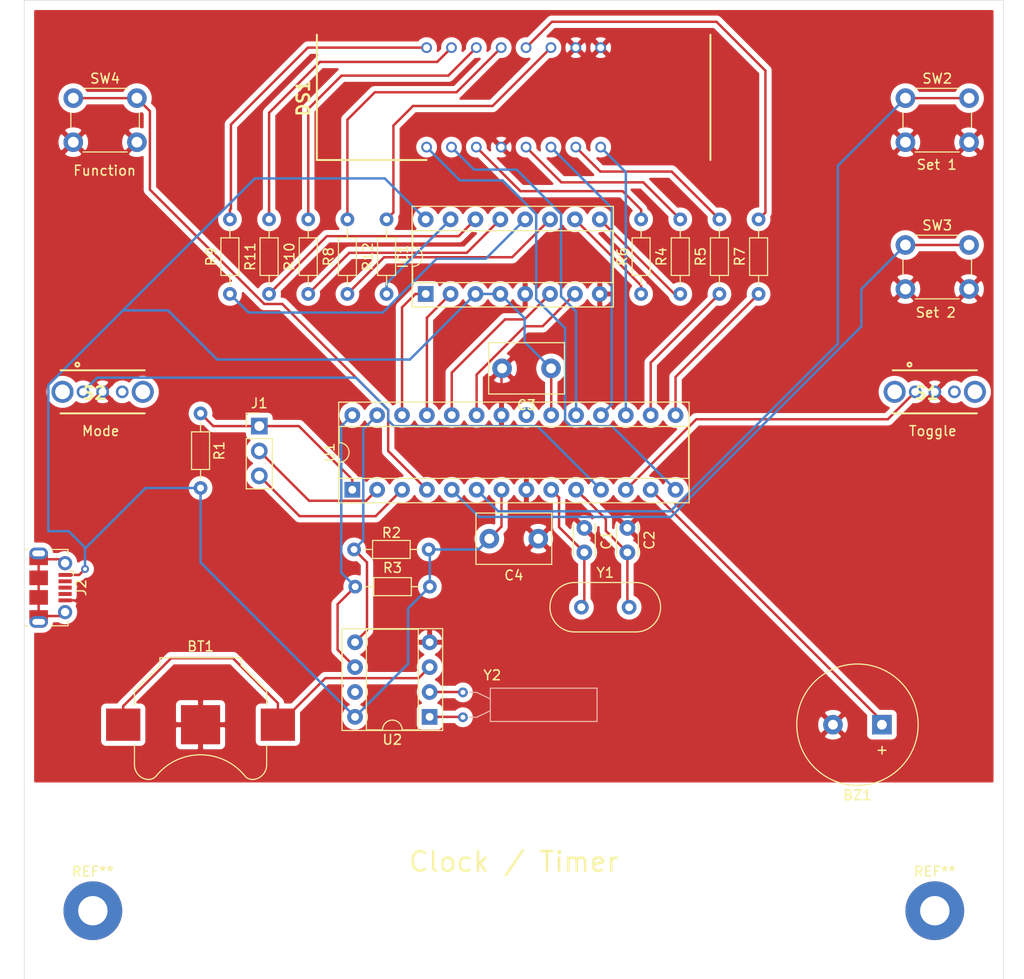
<source format=kicad_pcb>
(kicad_pcb (version 20171130) (host pcbnew "(5.1.2-1)-1")
  (layers (0 F.Cu signal) (31 B.Cu signal) (34 B.Paste user) (35 F.Paste user) (36 B.SilkS user) (37 F.SilkS user) (38 B.Mask user) (39 F.Mask user) (44 Edge.Cuts user))
  (net 0 "")
  (net 1 "Net-(BT1-Pad1)")
  (net 2 GND)
  (net 3 "Net-(J1-Pad1)")
  (net 4 "Net-(J1-Pad2)")
  (net 5 "Net-(J1-Pad3)")
  (net 6 "Net-(U1-Pad21)")
  (net 7 /D7)
  (net 8 "Net-(C1-Pad2)")
  (net 9 "Net-(C2-Pad2)")
  (net 10 /D8)
  (net 11 /D9)
  (net 12 "Net-(DS1-Pad3)")
  (net 13 "Net-(DS1-Pad5)")
  (net 14 /D10)
  (net 15 "Net-(DS1-Pad7)")
  (net 16 /D12)
  (net 17 "Net-(DS1-Pad11)")
  (net 18 "Net-(DS1-Pad12)")
  (net 19 "Net-(DS1-Pad13)")
  (net 20 "Net-(DS1-Pad14)")
  (net 21 "Net-(DS1-Pad15)")
  (net 22 "Net-(DS1-Pad16)")
  (net 23 /A0)
  (net 24 "Net-(IC1-Pad9)")
  (net 25 /A1)
  (net 26 "Net-(IC1-Pad10)")
  (net 27 "Net-(IC1-Pad11)")
  (net 28 "Net-(IC1-Pad12)")
  (net 29 "Net-(IC1-Pad13)")
  (net 30 /A2)
  (net 31 "Net-(IC1-Pad14)")
  (net 32 /A3)
  (net 33 "Net-(IC1-Pad15)")
  (net 34 "Net-(J2-Pad6)")
  (net 35 "Net-(J2-Pad2)")
  (net 36 "Net-(J2-Pad4)")
  (net 37 "Net-(J2-Pad3)")
  (net 38 /A4)
  (net 39 /A5)
  (net 40 /D11)
  (net 41 /D13)
  (net 42 /D5)
  (net 43 /D6)
  (net 44 /D2)
  (net 45 /D4)
  (net 46 /D3)
  (net 47 "Net-(U2-Pad1)")
  (net 48 "Net-(U2-Pad2)")
  (net 49 "Net-(U2-Pad7)")
  (net 50 "Net-(C3-Pad1)")
  (net 51 "Net-(S1-Pad3)")
  (net 52 "Net-(S2-Pad3)")
  (module MountingHole:MountingHole_3mm_Pad (layer F.Cu) (at 107 143)
    (fp_text reference REF** (at 0 -4) (layer F.SilkS))
    (fp_text value MountingHole_3mm_Pad)
    (pad 1 thru_hole circle (at 0 0) (size 6 6) (drill 3) (layers *.Cu *.Mask))
  )
  (module MountingHole:MountingHole_3mm_Pad (layer F.Cu) (at 193 143)
    (fp_text reference REF** (at 0 -4) (layer F.SilkS))
    (fp_text value MountingHole_3mm_Pad)
    (pad 1 thru_hole circle (at 0 0) (size 6 6) (drill 3) (layers *.Cu *.Mask))
  )
  (module Battery:BatteryHolder_Keystone_3000_1x12mm (layer F.Cu) (at 118 124)
    (fp_text reference BT1 (at 0 -8) (layer F.SilkS))
    (fp_text value Battery_Cell)
    (pad 1 smd rect (at -7.9 0) (size 3.5 3.3) (layers F.Cu F.Paste F.Mask) (net 1 "Net-(BT1-Pad1)"))
    (pad 1 smd rect (at 7.9 0) (size 3.5 3.3) (layers F.Cu F.Paste F.Mask) (net 1 "Net-(BT1-Pad1)"))
    (pad 2 smd rect (at 0 0) (size 4 4) (layers F.Cu F.Mask) (net 2 GND))
  )
  (module Buzzer_Beeper:Buzzer_12x9.5RM5.0 (layer F.Cu) (at 187.6 124 180)
    (fp_text reference BZ1 (at 2.5 -7.2) (layer F.SilkS))
    (fp_text value Buzzer)
    (fp_text user + (at -0.01 -2.54) (layer F.SilkS))
    (pad 2 thru_hole circle (at 5 0 180) (size 2 2) (drill 1) (layers *.Cu *.Mask) (net 2 GND))
    (pad 1 thru_hole rect (at 0 0 180) (size 2 2) (drill 1) (layers *.Cu *.Mask) (net 7 /D7))
  )
  (module Capacitor_THT:C_Disc_D3.0mm_W2.0mm_P2.50mm (layer F.Cu) (at 157.2 103.9 270)
    (fp_text reference C1 (at 1.25 -2.25 90) (layer F.SilkS))
    (fp_text value 22pF)
    (pad 1 thru_hole circle (at 0 0 270) (size 1.6 1.6) (drill 0.8) (layers *.Cu *.Mask) (net 2 GND))
    (pad 2 thru_hole circle (at 2.5 0 270) (size 1.6 1.6) (drill 0.8) (layers *.Cu *.Mask) (net 8 "Net-(C1-Pad2)"))
  )
  (module Capacitor_THT:C_Disc_D3.0mm_W2.0mm_P2.50mm (layer F.Cu) (at 161.6 103.9 270)
    (fp_text reference C2 (at 1.25 -2.25 90) (layer F.SilkS))
    (fp_text value 22pF)
    (pad 2 thru_hole circle (at 2.5 0 270) (size 1.6 1.6) (drill 0.8) (layers *.Cu *.Mask) (net 9 "Net-(C2-Pad2)"))
    (pad 1 thru_hole circle (at 0 0 270) (size 1.6 1.6) (drill 0.8) (layers *.Cu *.Mask) (net 2 GND))
  )
  (module Display_4Digit:DIPS1016W50P254L4020H700Q16N (layer F.Cu) (at 141.09 65 90)
    (fp_text reference DS1 (at 5 -12.59 90) (layer F.SilkS) (effects (font (size 1.27 1.27) (thickness 0.254))))
    (fp_text value TDCG1060M hide)
    (pad 1 thru_hole circle (at 0 0 90) (size 1.1 1.1) (drill 0.7) (layers *.Cu *.Mask) (net 10 /D8))
    (pad 2 thru_hole circle (at 0 2.54 90) (size 1.1 1.1) (drill 0.7) (layers *.Cu *.Mask) (net 41 /D13))
    (pad 3 thru_hole circle (at 0 5.08 90) (size 1.1 1.1) (drill 0.7) (layers *.Cu *.Mask) (net 12 "Net-(DS1-Pad3)"))
    (pad 4 thru_hole circle (at 0 7.62 90) (size 1.1 1.1) (drill 0.7) (layers *.Cu *.Mask) (net 2 GND))
    (pad 5 thru_hole circle (at 0 10.16 90) (size 1.1 1.1) (drill 0.7) (layers *.Cu *.Mask) (net 13 "Net-(DS1-Pad5)"))
    (pad 6 thru_hole circle (at 0 12.7 90) (size 1.1 1.1) (drill 0.7) (layers *.Cu *.Mask) (net 16 /D12))
    (pad 7 thru_hole circle (at 0 15.24 90) (size 1.1 1.1) (drill 0.7) (layers *.Cu *.Mask) (net 15 "Net-(DS1-Pad7)"))
    (pad 8 thru_hole circle (at 0 17.78 90) (size 1.1 1.1) (drill 0.7) (layers *.Cu *.Mask) (net 40 /D11))
    (pad 9 thru_hole circle (at 10.16 17.78 90) (size 1.1 1.1) (drill 0.7) (layers *.Cu *.Mask) (net 2 GND))
    (pad 10 thru_hole circle (at 10.16 15.24 90) (size 1.1 1.1) (drill 0.7) (layers *.Cu *.Mask) (net 2 GND))
    (pad 11 thru_hole circle (at 10.16 12.7 90) (size 1.1 1.1) (drill 0.7) (layers *.Cu *.Mask) (net 17 "Net-(DS1-Pad11)"))
    (pad 12 thru_hole circle (at 10.16 10.16 90) (size 1.1 1.1) (drill 0.7) (layers *.Cu *.Mask) (net 18 "Net-(DS1-Pad12)"))
    (pad 13 thru_hole circle (at 10.16 7.62 90) (size 1.1 1.1) (drill 0.7) (layers *.Cu *.Mask) (net 19 "Net-(DS1-Pad13)"))
    (pad 14 thru_hole circle (at 10.16 5.08 90) (size 1.1 1.1) (drill 0.7) (layers *.Cu *.Mask) (net 20 "Net-(DS1-Pad14)"))
    (pad 15 thru_hole circle (at 10.16 2.54 90) (size 1.1 1.1) (drill 0.7) (layers *.Cu *.Mask) (net 21 "Net-(DS1-Pad15)"))
    (pad 16 thru_hole circle (at 10.16 0 90) (size 1.1 1.1) (drill 0.7) (layers *.Cu *.Mask) (net 22 "Net-(DS1-Pad16)"))
  )
  (module Connector_PinHeader_2.54mm:PinHeader_1x03_P2.54mm_Vertical (layer F.Cu) (at 124 93.5)
    (fp_text reference J1 (at 0 -2.33) (layer F.SilkS))
    (fp_text value Conn_01x03)
    (pad 1 thru_hole rect (at 0 0) (size 1.7 1.7) (drill 1) (layers *.Cu *.Mask) (net 3 "Net-(J1-Pad1)"))
    (pad 2 thru_hole oval (at 0 2.54) (size 1.7 1.7) (drill 1) (layers *.Cu *.Mask) (net 4 "Net-(J1-Pad2)"))
    (pad 3 thru_hole oval (at 0 5.08) (size 1.7 1.7) (drill 1) (layers *.Cu *.Mask) (net 5 "Net-(J1-Pad3)"))
  )
  (module Connector_USB:USB_Micro-B_Molex-105017-0001 (layer F.Cu) (at 102.7 110 270)
    (fp_text reference J2 (at 0 -3.1125 90) (layer F.SilkS))
    (fp_text value USB_B_Micro)
    (pad 6 smd rect (at 1 1.2375 270) (size 1.5 1.9) (layers F.Cu F.Paste F.Mask) (net 34 "Net-(J2-Pad6)"))
    (pad 6 thru_hole circle (at -2.5 -1.4625 270) (size 1.45 1.45) (drill 0.85) (layers *.Cu *.Mask) (net 34 "Net-(J2-Pad6)"))
    (pad 2 smd rect (at -0.65 -1.4625 270) (size 0.4 1.35) (layers F.Cu F.Paste F.Mask) (net 35 "Net-(J2-Pad2)"))
    (pad 1 smd rect (at -1.3 -1.4625 270) (size 0.4 1.35) (layers F.Cu F.Paste F.Mask) (net 50 "Net-(C3-Pad1)"))
    (pad 5 smd rect (at 1.3 -1.4625 270) (size 0.4 1.35) (layers F.Cu F.Paste F.Mask) (net 2 GND))
    (pad 4 smd rect (at 0.65 -1.4625 270) (size 0.4 1.35) (layers F.Cu F.Paste F.Mask) (net 36 "Net-(J2-Pad4)"))
    (pad 3 smd rect (at 0 -1.4625 270) (size 0.4 1.35) (layers F.Cu F.Paste F.Mask) (net 37 "Net-(J2-Pad3)"))
    (pad 6 thru_hole circle (at 2.5 -1.4625 270) (size 1.45 1.45) (drill 0.85) (layers *.Cu *.Mask) (net 34 "Net-(J2-Pad6)"))
    (pad 6 smd rect (at -1 1.2375 270) (size 1.5 1.9) (layers F.Cu F.Paste F.Mask) (net 34 "Net-(J2-Pad6)"))
    (pad 6 thru_hole oval (at -3.5 1.2375 90) (size 1.2 1.9) (drill oval 0.6 1.3) (layers *.Cu *.Mask) (net 34 "Net-(J2-Pad6)"))
    (pad 6 thru_hole oval (at 3.5 1.2375 270) (size 1.2 1.9) (drill oval 0.6 1.3) (layers *.Cu *.Mask) (net 34 "Net-(J2-Pad6)"))
    (pad 6 smd rect (at 2.9 1.2375 270) (size 1.2 1.9) (layers F.Cu F.Mask) (net 34 "Net-(J2-Pad6)"))
    (pad 6 smd rect (at -2.9 1.2375 270) (size 1.2 1.9) (layers F.Cu F.Mask) (net 34 "Net-(J2-Pad6)"))
  )
  (module Resistor_THT:R_Axial_DIN0204_L3.6mm_D1.6mm_P7.62mm_Horizontal (layer F.Cu) (at 118 92.2 270)
    (fp_text reference R1 (at 3.81 -1.92 90) (layer F.SilkS))
    (fp_text value 10k)
    (pad 1 thru_hole circle (at 0 0 270) (size 1.4 1.4) (drill 0.7) (layers *.Cu *.Mask) (net 3 "Net-(J1-Pad1)"))
    (pad 2 thru_hole oval (at 7.62 0 270) (size 1.4 1.4) (drill 0.7) (layers *.Cu *.Mask) (net 50 "Net-(C3-Pad1)"))
  )
  (module Resistor_THT:R_Axial_DIN0204_L3.6mm_D1.6mm_P7.62mm_Horizontal (layer F.Cu) (at 141.3 106.1 180)
    (fp_text reference R2 (at 3.8 1.7) (layer F.SilkS))
    (fp_text value 2.2k)
    (pad 1 thru_hole circle (at 0 0 180) (size 1.4 1.4) (drill 0.7) (layers *.Cu *.Mask) (net 50 "Net-(C3-Pad1)"))
    (pad 2 thru_hole oval (at 7.62 0 180) (size 1.4 1.4) (drill 0.7) (layers *.Cu *.Mask) (net 38 /A4))
  )
  (module Resistor_THT:R_Axial_DIN0204_L3.6mm_D1.6mm_P7.62mm_Horizontal (layer F.Cu) (at 133.8 109.9)
    (fp_text reference R3 (at 3.81 -1.92) (layer F.SilkS))
    (fp_text value 2.2k)
    (pad 2 thru_hole oval (at 7.62 0) (size 1.4 1.4) (drill 0.7) (layers *.Cu *.Mask) (net 50 "Net-(C3-Pad1)"))
    (pad 1 thru_hole circle (at 0 0) (size 1.4 1.4) (drill 0.7) (layers *.Cu *.Mask) (net 39 /A5))
  )
  (module Resistor_THT:R_Axial_DIN0204_L3.6mm_D1.6mm_P7.62mm_Horizontal (layer F.Cu) (at 167 80 90)
    (fp_text reference R4 (at 3.81 -1.92 90) (layer F.SilkS))
    (fp_text value 220)
    (pad 1 thru_hole circle (at 0 0 90) (size 1.4 1.4) (drill 0.7) (layers *.Cu *.Mask) (net 24 "Net-(IC1-Pad9)"))
    (pad 2 thru_hole oval (at 7.62 0 90) (size 1.4 1.4) (drill 0.7) (layers *.Cu *.Mask) (net 13 "Net-(DS1-Pad5)"))
  )
  (module Resistor_THT:R_Axial_DIN0204_L3.6mm_D1.6mm_P7.62mm_Horizontal (layer F.Cu) (at 171 80 90)
    (fp_text reference R5 (at 3.81 -1.92 90) (layer F.SilkS))
    (fp_text value 220)
    (pad 2 thru_hole oval (at 7.62 0 90) (size 1.4 1.4) (drill 0.7) (layers *.Cu *.Mask) (net 15 "Net-(DS1-Pad7)"))
    (pad 1 thru_hole circle (at 0 0 90) (size 1.4 1.4) (drill 0.7) (layers *.Cu *.Mask) (net 14 /D10))
  )
  (module Resistor_THT:R_Axial_DIN0204_L3.6mm_D1.6mm_P7.62mm_Horizontal (layer F.Cu) (at 163 80 90)
    (fp_text reference R6 (at 3.81 -1.92 90) (layer F.SilkS))
    (fp_text value 220)
    (pad 1 thru_hole circle (at 0 0 90) (size 1.4 1.4) (drill 0.7) (layers *.Cu *.Mask) (net 26 "Net-(IC1-Pad10)"))
    (pad 2 thru_hole oval (at 7.62 0 90) (size 1.4 1.4) (drill 0.7) (layers *.Cu *.Mask) (net 12 "Net-(DS1-Pad3)"))
  )
  (module Resistor_THT:R_Axial_DIN0204_L3.6mm_D1.6mm_P7.62mm_Horizontal (layer F.Cu) (at 175 80 90)
    (fp_text reference R7 (at 3.81 -1.92 90) (layer F.SilkS))
    (fp_text value 1k)
    (pad 2 thru_hole oval (at 7.62 0 90) (size 1.4 1.4) (drill 0.7) (layers *.Cu *.Mask) (net 18 "Net-(DS1-Pad12)"))
    (pad 1 thru_hole circle (at 0 0 90) (size 1.4 1.4) (drill 0.7) (layers *.Cu *.Mask) (net 11 /D9))
  )
  (module Resistor_THT:R_Axial_DIN0204_L3.6mm_D1.6mm_P7.62mm_Horizontal (layer F.Cu) (at 133 80 90)
    (fp_text reference R8 (at 3.81 -1.92 90) (layer F.SilkS))
    (fp_text value 220)
    (pad 2 thru_hole oval (at 7.62 0 90) (size 1.4 1.4) (drill 0.7) (layers *.Cu *.Mask) (net 19 "Net-(DS1-Pad13)"))
    (pad 1 thru_hole circle (at 0 0 90) (size 1.4 1.4) (drill 0.7) (layers *.Cu *.Mask) (net 27 "Net-(IC1-Pad11)"))
  )
  (module Resistor_THT:R_Axial_DIN0204_L3.6mm_D1.6mm_P7.62mm_Horizontal (layer F.Cu) (at 121 80 90)
    (fp_text reference R9 (at 3.81 -1.92 90) (layer F.SilkS))
    (fp_text value 220)
    (pad 2 thru_hole oval (at 7.62 0 90) (size 1.4 1.4) (drill 0.7) (layers *.Cu *.Mask) (net 22 "Net-(DS1-Pad16)"))
    (pad 1 thru_hole circle (at 0 0 90) (size 1.4 1.4) (drill 0.7) (layers *.Cu *.Mask) (net 28 "Net-(IC1-Pad12)"))
  )
  (module Resistor_THT:R_Axial_DIN0204_L3.6mm_D1.6mm_P7.62mm_Horizontal (layer F.Cu) (at 129 80 90)
    (fp_text reference R10 (at 3.81 -1.92 90) (layer F.SilkS))
    (fp_text value 220)
    (pad 1 thru_hole circle (at 0 0 90) (size 1.4 1.4) (drill 0.7) (layers *.Cu *.Mask) (net 29 "Net-(IC1-Pad13)"))
    (pad 2 thru_hole oval (at 7.62 0 90) (size 1.4 1.4) (drill 0.7) (layers *.Cu *.Mask) (net 20 "Net-(DS1-Pad14)"))
  )
  (module Resistor_THT:R_Axial_DIN0204_L3.6mm_D1.6mm_P7.62mm_Horizontal (layer F.Cu) (at 125 80 90)
    (fp_text reference R11 (at 3.81 -1.92 90) (layer F.SilkS))
    (fp_text value 220)
    (pad 1 thru_hole circle (at 0 0 90) (size 1.4 1.4) (drill 0.7) (layers *.Cu *.Mask) (net 31 "Net-(IC1-Pad14)"))
    (pad 2 thru_hole oval (at 7.62 0 90) (size 1.4 1.4) (drill 0.7) (layers *.Cu *.Mask) (net 21 "Net-(DS1-Pad15)"))
  )
  (module Resistor_THT:R_Axial_DIN0204_L3.6mm_D1.6mm_P7.62mm_Horizontal (layer F.Cu) (at 137 80 90)
    (fp_text reference R12 (at 3.81 -1.92 90) (layer F.SilkS))
    (fp_text value 220)
    (pad 2 thru_hole oval (at 7.62 0 90) (size 1.4 1.4) (drill 0.7) (layers *.Cu *.Mask) (net 17 "Net-(DS1-Pad11)"))
    (pad 1 thru_hole circle (at 0 0 90) (size 1.4 1.4) (drill 0.7) (layers *.Cu *.Mask) (net 33 "Net-(IC1-Pad15)"))
  )
  (module Custom_SlideSwitch:OS102011MA1QN1 (layer F.Cu) (at 193 90)
    (fp_text reference S1 (at -0.822 0.137) (layer F.SilkS) (effects (font (size 1.27 1.27) (thickness 0.254))))
    (fp_text value OS102011MS2QN1 hide)
    (pad 1 thru_hole circle (at -2 0) (size 1.3 1.3) (drill 0.8) (layers *.Cu *.Mask) (net 43 /D6))
    (pad 2 thru_hole circle (at 0 0) (size 1.3 1.3) (drill 0.8) (layers *.Cu *.Mask) (net 2 GND))
    (pad 3 thru_hole circle (at 2 0) (size 1.3 1.3) (drill 0.8) (layers *.Cu *.Mask) (net 51 "Net-(S1-Pad3)"))
    (pad 4 thru_hole circle (at -4.1 0) (size 2.25 2.25) (drill 1.5) (layers *.Cu *.Mask))
    (pad 5 thru_hole circle (at 4.1 0) (size 2.25 2.25) (drill 1.5) (layers *.Cu *.Mask))
  )
  (module Custom_SlideSwitch:OS102011MA1QN1 (layer F.Cu) (at 108 90)
    (fp_text reference S2 (at -0.822 0.137) (layer F.SilkS) (effects (font (size 1.27 1.27) (thickness 0.254))))
    (fp_text value OS102011MS2QN1 hide)
    (pad 5 thru_hole circle (at 4.1 0) (size 2.25 2.25) (drill 1.5) (layers *.Cu *.Mask))
    (pad 4 thru_hole circle (at -4.1 0) (size 2.25 2.25) (drill 1.5) (layers *.Cu *.Mask))
    (pad 3 thru_hole circle (at 2 0) (size 1.3 1.3) (drill 0.8) (layers *.Cu *.Mask) (net 52 "Net-(S2-Pad3)"))
    (pad 2 thru_hole circle (at 0 0) (size 1.3 1.3) (drill 0.8) (layers *.Cu *.Mask) (net 2 GND))
    (pad 1 thru_hole circle (at -2 0) (size 1.3 1.3) (drill 0.8) (layers *.Cu *.Mask) (net 42 /D5))
  )
  (module Button_Switch_THT:SW_PUSH_6mm (layer F.Cu) (at 190 60)
    (fp_text reference SW2 (at 3.25 -2) (layer F.SilkS))
    (fp_text value SW_Push)
    (pad 2 thru_hole circle (at 0 4.5 90) (size 2 2) (drill 1.1) (layers *.Cu *.Mask) (net 2 GND))
    (pad 1 thru_hole circle (at 0 0 90) (size 2 2) (drill 1.1) (layers *.Cu *.Mask) (net 45 /D4))
    (pad 2 thru_hole circle (at 6.5 4.5 90) (size 2 2) (drill 1.1) (layers *.Cu *.Mask) (net 2 GND))
    (pad 1 thru_hole circle (at 6.5 0 90) (size 2 2) (drill 1.1) (layers *.Cu *.Mask) (net 45 /D4))
  )
  (module Button_Switch_THT:SW_PUSH_6mm (layer F.Cu) (at 190 75)
    (fp_text reference SW3 (at 3.25 -2) (layer F.SilkS))
    (fp_text value SW_Push)
    (pad 1 thru_hole circle (at 6.5 0 90) (size 2 2) (drill 1.1) (layers *.Cu *.Mask) (net 46 /D3))
    (pad 2 thru_hole circle (at 6.5 4.5 90) (size 2 2) (drill 1.1) (layers *.Cu *.Mask) (net 2 GND))
    (pad 1 thru_hole circle (at 0 0 90) (size 2 2) (drill 1.1) (layers *.Cu *.Mask) (net 46 /D3))
    (pad 2 thru_hole circle (at 0 4.5 90) (size 2 2) (drill 1.1) (layers *.Cu *.Mask) (net 2 GND))
  )
  (module Button_Switch_THT:SW_PUSH_6mm (layer F.Cu) (at 105 60)
    (fp_text reference SW4 (at 3.25 -2) (layer F.SilkS))
    (fp_text value SW_Push)
    (pad 2 thru_hole circle (at 0 4.5 90) (size 2 2) (drill 1.1) (layers *.Cu *.Mask) (net 2 GND))
    (pad 1 thru_hole circle (at 0 0 90) (size 2 2) (drill 1.1) (layers *.Cu *.Mask) (net 44 /D2))
    (pad 2 thru_hole circle (at 6.5 4.5 90) (size 2 2) (drill 1.1) (layers *.Cu *.Mask) (net 2 GND))
    (pad 1 thru_hole circle (at 6.5 0 90) (size 2 2) (drill 1.1) (layers *.Cu *.Mask) (net 44 /D2))
  )
  (module Crystal:Crystal_HC49-U_Vertical (layer F.Cu) (at 156.9 112)
    (fp_text reference Y1 (at 2.44 -3.525) (layer F.SilkS))
    (fp_text value 16MHz)
    (pad 1 thru_hole circle (at 0 0) (size 1.5 1.5) (drill 0.8) (layers *.Cu *.Mask) (net 8 "Net-(C1-Pad2)"))
    (pad 2 thru_hole circle (at 4.88 0) (size 1.5 1.5) (drill 0.8) (layers *.Cu *.Mask) (net 9 "Net-(C2-Pad2)"))
  )
  (module Crystal:Crystal_AT310_D3.0mm_L10.0mm_Horizontal (layer B.Cu) (at 144.8 120.7 270)
    (fp_text reference Y2 (at -1.75 -3 180) (layer F.SilkS))
    (fp_text value 32KHz)
    (pad 1 thru_hole circle (at 0 0 270) (size 1 1) (drill 0.5) (layers *.Cu *.Mask) (net 48 "Net-(U2-Pad2)"))
    (pad 2 thru_hole circle (at 2.54 0 270) (size 1 1) (drill 0.5) (layers *.Cu *.Mask) (net 47 "Net-(U2-Pad1)"))
  )
  (module Package_DIP:DIP-16_W7.62mm_Socket (layer F.Cu) (at 141 80 90)
    (fp_text reference IC1 (at 3.81 -2.33 90) (layer F.SilkS))
    (fp_text value CD4511BE)
    (pad 1 thru_hole rect (at 0 0 90) (size 1.6 1.6) (drill 0.8) (layers *.Cu *.Mask) (net 32 /A3))
    (pad 9 thru_hole oval (at 7.62 17.78 90) (size 1.6 1.6) (drill 0.8) (layers *.Cu *.Mask) (net 24 "Net-(IC1-Pad9)"))
    (pad 2 thru_hole oval (at 0 2.54 90) (size 1.6 1.6) (drill 0.8) (layers *.Cu *.Mask) (net 30 /A2))
    (pad 10 thru_hole oval (at 7.62 15.24 90) (size 1.6 1.6) (drill 0.8) (layers *.Cu *.Mask) (net 26 "Net-(IC1-Pad10)"))
    (pad 3 thru_hole oval (at 0 5.08 90) (size 1.6 1.6) (drill 0.8) (layers *.Cu *.Mask) (net 50 "Net-(C3-Pad1)"))
    (pad 11 thru_hole oval (at 7.62 12.7 90) (size 1.6 1.6) (drill 0.8) (layers *.Cu *.Mask) (net 27 "Net-(IC1-Pad11)"))
    (pad 4 thru_hole oval (at 0 7.62 90) (size 1.6 1.6) (drill 0.8) (layers *.Cu *.Mask) (net 50 "Net-(C3-Pad1)"))
    (pad 12 thru_hole oval (at 7.62 10.16 90) (size 1.6 1.6) (drill 0.8) (layers *.Cu *.Mask) (net 28 "Net-(IC1-Pad12)"))
    (pad 5 thru_hole oval (at 0 10.16 90) (size 1.6 1.6) (drill 0.8) (layers *.Cu *.Mask) (net 2 GND))
    (pad 13 thru_hole oval (at 7.62 7.62 90) (size 1.6 1.6) (drill 0.8) (layers *.Cu *.Mask) (net 29 "Net-(IC1-Pad13)"))
    (pad 6 thru_hole oval (at 0 12.7 90) (size 1.6 1.6) (drill 0.8) (layers *.Cu *.Mask) (net 25 /A1))
    (pad 14 thru_hole oval (at 7.62 5.08 90) (size 1.6 1.6) (drill 0.8) (layers *.Cu *.Mask) (net 31 "Net-(IC1-Pad14)"))
    (pad 7 thru_hole oval (at 0 15.24 90) (size 1.6 1.6) (drill 0.8) (layers *.Cu *.Mask) (net 23 /A0))
    (pad 15 thru_hole oval (at 7.62 2.54 90) (size 1.6 1.6) (drill 0.8) (layers *.Cu *.Mask) (net 33 "Net-(IC1-Pad15)"))
    (pad 8 thru_hole oval (at 0 17.78 90) (size 1.6 1.6) (drill 0.8) (layers *.Cu *.Mask) (net 2 GND))
    (pad 16 thru_hole oval (at 7.62 0 90) (size 1.6 1.6) (drill 0.8) (layers *.Cu *.Mask) (net 50 "Net-(C3-Pad1)"))
  )
  (module Package_DIP:DIP-28_W7.62mm_Socket (layer F.Cu) (at 133.5 100 90)
    (fp_text reference U1 (at 3.81 -2.33 90) (layer F.SilkS))
    (fp_text value ATmega328P-PU)
    (pad 1 thru_hole rect (at 0 0 90) (size 1.6 1.6) (drill 0.8) (layers *.Cu *.Mask) (net 3 "Net-(J1-Pad1)"))
    (pad 15 thru_hole oval (at 7.62 33.02 90) (size 1.6 1.6) (drill 0.8) (layers *.Cu *.Mask) (net 11 /D9))
    (pad 2 thru_hole oval (at 0 2.54 90) (size 1.6 1.6) (drill 0.8) (layers *.Cu *.Mask) (net 4 "Net-(J1-Pad2)"))
    (pad 16 thru_hole oval (at 7.62 30.48 90) (size 1.6 1.6) (drill 0.8) (layers *.Cu *.Mask) (net 14 /D10))
    (pad 3 thru_hole oval (at 0 5.08 90) (size 1.6 1.6) (drill 0.8) (layers *.Cu *.Mask) (net 5 "Net-(J1-Pad3)"))
    (pad 17 thru_hole oval (at 7.62 27.94 90) (size 1.6 1.6) (drill 0.8) (layers *.Cu *.Mask) (net 40 /D11))
    (pad 4 thru_hole oval (at 0 7.62 90) (size 1.6 1.6) (drill 0.8) (layers *.Cu *.Mask) (net 44 /D2))
    (pad 18 thru_hole oval (at 7.62 25.4 90) (size 1.6 1.6) (drill 0.8) (layers *.Cu *.Mask) (net 16 /D12))
    (pad 5 thru_hole oval (at 0 10.16 90) (size 1.6 1.6) (drill 0.8) (layers *.Cu *.Mask) (net 46 /D3))
    (pad 19 thru_hole oval (at 7.62 22.86 90) (size 1.6 1.6) (drill 0.8) (layers *.Cu *.Mask) (net 41 /D13))
    (pad 6 thru_hole oval (at 0 12.7 90) (size 1.6 1.6) (drill 0.8) (layers *.Cu *.Mask) (net 45 /D4))
    (pad 20 thru_hole oval (at 7.62 20.32 90) (size 1.6 1.6) (drill 0.8) (layers *.Cu *.Mask) (net 50 "Net-(C3-Pad1)"))
    (pad 7 thru_hole oval (at 0 15.24 90) (size 1.6 1.6) (drill 0.8) (layers *.Cu *.Mask) (net 50 "Net-(C3-Pad1)"))
    (pad 21 thru_hole oval (at 7.62 17.78 90) (size 1.6 1.6) (drill 0.8) (layers *.Cu *.Mask) (net 6 "Net-(U1-Pad21)"))
    (pad 8 thru_hole oval (at 0 17.78 90) (size 1.6 1.6) (drill 0.8) (layers *.Cu *.Mask) (net 2 GND))
    (pad 22 thru_hole oval (at 7.62 15.24 90) (size 1.6 1.6) (drill 0.8) (layers *.Cu *.Mask) (net 2 GND))
    (pad 9 thru_hole oval (at 0 20.32 90) (size 1.6 1.6) (drill 0.8) (layers *.Cu *.Mask) (net 8 "Net-(C1-Pad2)"))
    (pad 23 thru_hole oval (at 7.62 12.7 90) (size 1.6 1.6) (drill 0.8) (layers *.Cu *.Mask) (net 23 /A0))
    (pad 10 thru_hole oval (at 0 22.86 90) (size 1.6 1.6) (drill 0.8) (layers *.Cu *.Mask) (net 9 "Net-(C2-Pad2)"))
    (pad 24 thru_hole oval (at 7.62 10.16 90) (size 1.6 1.6) (drill 0.8) (layers *.Cu *.Mask) (net 25 /A1))
    (pad 11 thru_hole oval (at 0 25.4 90) (size 1.6 1.6) (drill 0.8) (layers *.Cu *.Mask) (net 42 /D5))
    (pad 25 thru_hole oval (at 7.62 7.62 90) (size 1.6 1.6) (drill 0.8) (layers *.Cu *.Mask) (net 30 /A2))
    (pad 12 thru_hole oval (at 0 27.94 90) (size 1.6 1.6) (drill 0.8) (layers *.Cu *.Mask) (net 43 /D6))
    (pad 26 thru_hole oval (at 7.62 5.08 90) (size 1.6 1.6) (drill 0.8) (layers *.Cu *.Mask) (net 32 /A3))
    (pad 13 thru_hole oval (at 0 30.48 90) (size 1.6 1.6) (drill 0.8) (layers *.Cu *.Mask) (net 7 /D7))
    (pad 27 thru_hole oval (at 7.62 2.54 90) (size 1.6 1.6) (drill 0.8) (layers *.Cu *.Mask) (net 38 /A4))
    (pad 14 thru_hole oval (at 0 33.02 90) (size 1.6 1.6) (drill 0.8) (layers *.Cu *.Mask) (net 10 /D8))
    (pad 28 thru_hole oval (at 7.62 0 90) (size 1.6 1.6) (drill 0.8) (layers *.Cu *.Mask) (net 39 /A5))
  )
  (module Package_DIP:DIP-8_W7.62mm_Socket (layer F.Cu) (at 141.4 123.2 180)
    (fp_text reference U2 (at 3.81 -2.33) (layer F.SilkS))
    (fp_text value DS1307+)
    (pad 1 thru_hole rect (at 0 0 180) (size 1.6 1.6) (drill 0.8) (layers *.Cu *.Mask) (net 47 "Net-(U2-Pad1)"))
    (pad 5 thru_hole oval (at 7.62 7.62 180) (size 1.6 1.6) (drill 0.8) (layers *.Cu *.Mask) (net 38 /A4))
    (pad 2 thru_hole oval (at 0 2.54 180) (size 1.6 1.6) (drill 0.8) (layers *.Cu *.Mask) (net 48 "Net-(U2-Pad2)"))
    (pad 6 thru_hole oval (at 7.62 5.08 180) (size 1.6 1.6) (drill 0.8) (layers *.Cu *.Mask) (net 39 /A5))
    (pad 3 thru_hole oval (at 0 5.08 180) (size 1.6 1.6) (drill 0.8) (layers *.Cu *.Mask) (net 1 "Net-(BT1-Pad1)"))
    (pad 7 thru_hole oval (at 7.62 2.54 180) (size 1.6 1.6) (drill 0.8) (layers *.Cu *.Mask) (net 49 "Net-(U2-Pad7)"))
    (pad 4 thru_hole oval (at 0 7.62 180) (size 1.6 1.6) (drill 0.8) (layers *.Cu *.Mask) (net 2 GND))
    (pad 8 thru_hole oval (at 7.62 0 180) (size 1.6 1.6) (drill 0.8) (layers *.Cu *.Mask) (net 50 "Net-(C3-Pad1)"))
  )
  (module Capacitor_THT:C_Disc_D7.5mm_W5.0mm_P5.00mm (layer F.Cu) (at 153.8 87.6 180)
    (fp_text reference C3 (at 2.5 -3.75) (layer F.SilkS))
    (fp_text value 0.1uF)
    (pad 2 thru_hole circle (at 5 0 180) (size 2 2) (drill 1) (layers *.Cu *.Mask) (net 2 GND))
    (pad 1 thru_hole circle (at 0 0 180) (size 2 2) (drill 1) (layers *.Cu *.Mask) (net 50 "Net-(C3-Pad1)"))
  )
  (module Capacitor_THT:C_Disc_D7.5mm_W5.0mm_P5.00mm (layer F.Cu) (at 152.5 105 180)
    (fp_text reference C4 (at 2.5 -3.75) (layer F.SilkS))
    (fp_text value 0.1uF)
    (pad 1 thru_hole circle (at 0 0 180) (size 2 2) (drill 1) (layers *.Cu *.Mask) (net 2 GND))
    (pad 2 thru_hole circle (at 5 0 180) (size 2 2) (drill 1) (layers *.Cu *.Mask) (net 50 "Net-(C3-Pad1)"))
  )
  (gr_text "Clock / Timer" (at 150 138) (layer F.SilkS) (effects (font (size 2 2) (thickness 0.25))))
  (gr_text Toggle (at 192.8 94) (layer F.SilkS) (effects (font (size 1 1))))
  (gr_text Mode (at 107.8 94) (layer F.SilkS) (effects (font (size 1 1))))
  (gr_text "Set 2" (at 193.1 81.9) (layer F.SilkS) (effects (font (size 1 1))))
  (gr_text "Set 1" (at 193.2 66.8) (layer F.SilkS) (effects (font (size 1 1))))
  (gr_text Function (at 108.2 67.4) (layer F.SilkS) (effects (font (size 1 1))))
  (gr_line (start 100 50) (end 200 50) (layer Edge.Cuts) (width 0.05))
  (gr_line (start 200 50) (end 200 150) (layer Edge.Cuts) (width 0.05))
  (gr_line (start 100 150) (end 200 150) (layer Edge.Cuts) (width 0.05))
  (gr_line (start 100 50) (end 100 150) (layer Edge.Cuts) (width 0.05))
  (segment (start 140.600001 118.919999) (end 141.4 118.12) (width 0.25) (layer F.Cu) (net 1))
  (segment (start 140.274999 119.245001) (end 140.600001 118.919999) (width 0.25) (layer F.Cu) (net 1))
  (segment (start 130.754999 119.245001) (end 140.274999 119.245001) (width 0.25) (layer F.Cu) (net 1))
  (segment (start 126 124) (end 130.754999 119.245001) (width 0.25) (layer F.Cu) (net 1))
  (segment (start 125.9 124) (end 126 124) (width 0.25) (layer F.Cu) (net 1))
  (segment (start 110.1 122.1) (end 115 117.2) (width 0.25) (layer F.Cu) (net 1))
  (segment (start 110.1 124) (end 110.1 122.1) (width 0.25) (layer F.Cu) (net 1))
  (segment (start 115 117.2) (end 121.3 117.2) (width 0.25) (layer F.Cu) (net 1))
  (segment (start 125.9 121.8) (end 125.9 124) (width 0.25) (layer F.Cu) (net 1))
  (segment (start 121.3 117.2) (end 125.9 121.8) (width 0.25) (layer F.Cu) (net 1))
  (segment (start 148.74 87.66) (end 148.8 87.6) (width 0.25) (layer F.Cu) (net 2))
  (segment (start 148.74 92.38) (end 148.74 87.66) (width 0.25) (layer F.Cu) (net 2))
  (segment (start 151.28 103.78) (end 152.5 105) (width 0.25) (layer F.Cu) (net 2))
  (segment (start 151.28 100) (end 151.28 103.78) (width 0.25) (layer F.Cu) (net 2))
  (segment (start 104.1625 111.3) (end 105.0875 111.3) (width 0.25) (layer F.Cu) (net 2))
  (segment (start 128.05 93.5) (end 133.5 98.95) (width 0.25) (layer F.Cu) (net 3))
  (segment (start 133.5 98.95) (end 133.5 100) (width 0.25) (layer F.Cu) (net 3))
  (segment (start 124 93.5) (end 128.05 93.5) (width 0.25) (layer F.Cu) (net 3))
  (segment (start 119.3 93.5) (end 118 92.2) (width 0.25) (layer F.Cu) (net 3))
  (segment (start 124 93.5) (end 119.3 93.5) (width 0.25) (layer F.Cu) (net 3))
  (segment (start 135.240001 100.799999) (end 136.04 100) (width 0.25) (layer F.Cu) (net 4))
  (segment (start 134.914999 101.125001) (end 135.240001 100.799999) (width 0.25) (layer F.Cu) (net 4))
  (segment (start 129.085001 101.125001) (end 134.914999 101.125001) (width 0.25) (layer F.Cu) (net 4))
  (segment (start 124 96.04) (end 129.085001 101.125001) (width 0.25) (layer F.Cu) (net 4))
  (segment (start 137.780001 100.799999) (end 138.58 100) (width 0.25) (layer F.Cu) (net 5))
  (segment (start 128.12 102.7) (end 135.88 102.7) (width 0.25) (layer F.Cu) (net 5))
  (segment (start 135.88 102.7) (end 137.780001 100.799999) (width 0.25) (layer F.Cu) (net 5))
  (segment (start 124 98.58) (end 128.12 102.7) (width 0.25) (layer F.Cu) (net 5))
  (segment (start 187.6 123.62) (end 187.6 124) (width 0.25) (layer F.Cu) (net 7))
  (segment (start 163.98 100) (end 187.6 123.62) (width 0.25) (layer F.Cu) (net 7))
  (segment (start 156.400001 105.600001) (end 157.2 106.4) (width 0.25) (layer F.Cu) (net 8))
  (segment (start 154.619999 103.819999) (end 156.400001 105.600001) (width 0.25) (layer F.Cu) (net 8))
  (segment (start 154.619999 100.799999) (end 154.619999 103.819999) (width 0.25) (layer F.Cu) (net 8))
  (segment (start 153.82 100) (end 154.619999 100.799999) (width 0.25) (layer F.Cu) (net 8))
  (segment (start 157.2 111.7) (end 156.9 112) (width 0.25) (layer F.Cu) (net 8))
  (segment (start 157.2 106.4) (end 157.2 111.7) (width 0.25) (layer F.Cu) (net 8))
  (segment (start 157.159999 100.799999) (end 157.199999 100.799999) (width 0.25) (layer F.Cu) (net 9))
  (segment (start 156.36 100) (end 157.159999 100.799999) (width 0.25) (layer F.Cu) (net 9))
  (segment (start 157.199999 100.799999) (end 159.4 103) (width 0.25) (layer F.Cu) (net 9))
  (segment (start 159.4 104.2) (end 161.6 106.4) (width 0.25) (layer F.Cu) (net 9))
  (segment (start 159.4 103) (end 159.4 104.2) (width 0.25) (layer F.Cu) (net 9))
  (segment (start 161.6 111.82) (end 161.78 112) (width 0.25) (layer F.Cu) (net 9))
  (segment (start 161.6 106.4) (end 161.6 111.82) (width 0.25) (layer F.Cu) (net 9))
  (segment (start 155.234999 83.489999) (end 152.285001 80.540001) (width 0.25) (layer B.Cu) (net 10))
  (segment (start 155.234999 92.920001) (end 155.234999 83.489999) (width 0.25) (layer B.Cu) (net 10))
  (segment (start 160.025001 93.505001) (end 155.819999 93.505001) (width 0.25) (layer B.Cu) (net 10))
  (segment (start 152.285001 71.839999) (end 148.845002 68.4) (width 0.25) (layer B.Cu) (net 10))
  (segment (start 152.285001 80.540001) (end 152.285001 71.839999) (width 0.25) (layer B.Cu) (net 10))
  (segment (start 155.819999 93.505001) (end 155.234999 92.920001) (width 0.25) (layer B.Cu) (net 10))
  (segment (start 166.52 100) (end 160.025001 93.505001) (width 0.25) (layer B.Cu) (net 10))
  (segment (start 144.49 68.4) (end 141.09 65) (width 0.25) (layer B.Cu) (net 10))
  (segment (start 148.845002 68.4) (end 144.49 68.4) (width 0.25) (layer B.Cu) (net 10))
  (segment (start 166.52 88.48) (end 175 80) (width 0.25) (layer F.Cu) (net 11))
  (segment (start 166.52 92.38) (end 166.52 88.48) (width 0.25) (layer F.Cu) (net 11))
  (segment (start 163 71.390051) (end 161.109949 69.5) (width 0.25) (layer F.Cu) (net 12))
  (segment (start 163 72.38) (end 163 71.390051) (width 0.25) (layer F.Cu) (net 12))
  (segment (start 150.67 69.5) (end 146.17 65) (width 0.25) (layer F.Cu) (net 12))
  (segment (start 161.109949 69.5) (end 150.67 69.5) (width 0.25) (layer F.Cu) (net 12))
  (segment (start 167 72.38) (end 163.22 68.6) (width 0.25) (layer F.Cu) (net 13))
  (segment (start 154.85 68.6) (end 151.25 65) (width 0.25) (layer F.Cu) (net 13))
  (segment (start 163.22 68.6) (end 154.85 68.6) (width 0.25) (layer F.Cu) (net 13))
  (segment (start 163.98 87.02) (end 171 80) (width 0.25) (layer F.Cu) (net 14))
  (segment (start 163.98 92.38) (end 163.98 87.02) (width 0.25) (layer F.Cu) (net 14))
  (segment (start 171 72.38) (end 166.12 67.5) (width 0.25) (layer F.Cu) (net 15))
  (segment (start 158.83 67.5) (end 156.33 65) (width 0.25) (layer F.Cu) (net 15))
  (segment (start 166.12 67.5) (end 158.83 67.5) (width 0.25) (layer F.Cu) (net 15))
  (segment (start 160 71.21) (end 154.339999 65.549999) (width 0.25) (layer B.Cu) (net 16))
  (segment (start 154.339999 65.549999) (end 153.79 65) (width 0.25) (layer B.Cu) (net 16))
  (segment (start 160 91.28) (end 160 71.21) (width 0.25) (layer B.Cu) (net 16))
  (segment (start 158.9 92.38) (end 160 91.28) (width 0.25) (layer B.Cu) (net 16))
  (segment (start 137.699999 71.680001) (end 137.699999 62.800001) (width 0.25) (layer F.Cu) (net 17))
  (segment (start 137 72.38) (end 137.699999 71.680001) (width 0.25) (layer F.Cu) (net 17))
  (segment (start 137.699999 62.800001) (end 139.7 60.8) (width 0.25) (layer F.Cu) (net 17))
  (segment (start 147.83 60.8) (end 153.79 54.84) (width 0.25) (layer F.Cu) (net 17))
  (segment (start 139.7 60.8) (end 147.83 60.8) (width 0.25) (layer F.Cu) (net 17))
  (segment (start 175.699999 71.680001) (end 175.699999 57.199999) (width 0.25) (layer F.Cu) (net 18))
  (segment (start 175 72.38) (end 175.699999 71.680001) (width 0.25) (layer F.Cu) (net 18))
  (segment (start 175.699999 57.199999) (end 170.7 52.2) (width 0.25) (layer F.Cu) (net 18))
  (segment (start 153.89 52.2) (end 151.25 54.84) (width 0.25) (layer F.Cu) (net 18))
  (segment (start 170.7 52.2) (end 153.89 52.2) (width 0.25) (layer F.Cu) (net 18))
  (segment (start 133 72.38) (end 133 62.2) (width 0.25) (layer F.Cu) (net 19))
  (segment (start 133 62.2) (end 135.8 59.4) (width 0.25) (layer F.Cu) (net 19))
  (segment (start 144.15 59.4) (end 148.71 54.84) (width 0.25) (layer F.Cu) (net 19))
  (segment (start 135.8 59.4) (end 144.15 59.4) (width 0.25) (layer F.Cu) (net 19))
  (segment (start 129 72.38) (end 129 61.1) (width 0.25) (layer F.Cu) (net 20))
  (segment (start 129 61.1) (end 132.4 57.7) (width 0.25) (layer F.Cu) (net 20))
  (segment (start 143.31 57.7) (end 146.17 54.84) (width 0.25) (layer F.Cu) (net 20))
  (segment (start 132.4 57.7) (end 143.31 57.7) (width 0.25) (layer F.Cu) (net 20))
  (segment (start 125 72.38) (end 125 61.5) (width 0.25) (layer F.Cu) (net 21))
  (segment (start 125 61.5) (end 130.2 56.3) (width 0.25) (layer F.Cu) (net 21))
  (segment (start 142.17 56.3) (end 143.63 54.84) (width 0.25) (layer F.Cu) (net 21))
  (segment (start 130.2 56.3) (end 142.17 56.3) (width 0.25) (layer F.Cu) (net 21))
  (segment (start 121 71.390051) (end 121.1 71.290051) (width 0.25) (layer F.Cu) (net 22))
  (segment (start 121 72.38) (end 121 71.390051) (width 0.25) (layer F.Cu) (net 22))
  (segment (start 121.1 71.290051) (end 121.1 62.7) (width 0.25) (layer F.Cu) (net 22))
  (segment (start 128.96 54.84) (end 141.09 54.84) (width 0.25) (layer F.Cu) (net 22))
  (segment (start 121.1 62.7) (end 128.96 54.84) (width 0.25) (layer F.Cu) (net 22))
  (segment (start 146.2 88.238998) (end 151.138998 83.3) (width 0.25) (layer F.Cu) (net 23))
  (segment (start 146.2 92.38) (end 146.2 88.238998) (width 0.25) (layer F.Cu) (net 23))
  (segment (start 152.94 83.3) (end 156.24 80) (width 0.25) (layer F.Cu) (net 23))
  (segment (start 151.138998 83.3) (end 152.94 83.3) (width 0.25) (layer F.Cu) (net 23))
  (segment (start 166.4 80) (end 167 80) (width 0.25) (layer F.Cu) (net 24))
  (segment (start 158.78 72.38) (end 166.4 80) (width 0.25) (layer F.Cu) (net 24))
  (segment (start 143.66 92.38) (end 143.66 88.04) (width 0.25) (layer F.Cu) (net 25))
  (segment (start 143.66 88.04) (end 149.1 82.6) (width 0.25) (layer F.Cu) (net 25))
  (segment (start 151.1 82.6) (end 153.7 80) (width 0.25) (layer F.Cu) (net 25))
  (segment (start 149.1 82.6) (end 151.1 82.6) (width 0.25) (layer F.Cu) (net 25))
  (segment (start 163 79.14) (end 163 80) (width 0.25) (layer F.Cu) (net 26))
  (segment (start 156.24 72.38) (end 163 79.14) (width 0.25) (layer F.Cu) (net 26))
  (segment (start 133.699999 79.300001) (end 133 80) (width 0.25) (layer F.Cu) (net 27))
  (segment (start 136.74999 76.25001) (end 133.699999 79.300001) (width 0.25) (layer F.Cu) (net 27))
  (segment (start 149.82999 76.25001) (end 136.74999 76.25001) (width 0.25) (layer F.Cu) (net 27))
  (segment (start 153.7 72.38) (end 149.82999 76.25001) (width 0.25) (layer F.Cu) (net 27))
  (segment (start 142.117002 76.4) (end 136.617002 81.9) (width 0.25) (layer B.Cu) (net 28))
  (segment (start 147.14 76.4) (end 142.117002 76.4) (width 0.25) (layer B.Cu) (net 28))
  (segment (start 151.16 72.38) (end 147.14 76.4) (width 0.25) (layer B.Cu) (net 28))
  (segment (start 122.9 81.9) (end 121 80) (width 0.25) (layer B.Cu) (net 28))
  (segment (start 136.617002 81.9) (end 122.9 81.9) (width 0.25) (layer B.Cu) (net 28))
  (segment (start 148.62 72.38) (end 145.2 75.8) (width 0.25) (layer F.Cu) (net 29))
  (segment (start 133.2 75.8) (end 129 80) (width 0.25) (layer F.Cu) (net 29))
  (segment (start 145.2 75.8) (end 133.2 75.8) (width 0.25) (layer F.Cu) (net 29))
  (segment (start 141.12 82.42) (end 143.54 80) (width 0.25) (layer F.Cu) (net 30))
  (segment (start 141.12 92.38) (end 141.12 82.42) (width 0.25) (layer F.Cu) (net 30))
  (segment (start 125.699999 79.300001) (end 125 80) (width 0.25) (layer F.Cu) (net 31))
  (segment (start 130.9 74.1) (end 125.699999 79.300001) (width 0.25) (layer F.Cu) (net 31))
  (segment (start 144.36 74.1) (end 130.9 74.1) (width 0.25) (layer F.Cu) (net 31))
  (segment (start 146.08 72.38) (end 144.36 74.1) (width 0.25) (layer F.Cu) (net 31))
  (segment (start 139.95 80) (end 141 80) (width 0.25) (layer F.Cu) (net 32))
  (segment (start 138.58 81.37) (end 139.95 80) (width 0.25) (layer F.Cu) (net 32))
  (segment (start 138.58 92.38) (end 138.58 81.37) (width 0.25) (layer F.Cu) (net 32))
  (segment (start 137 78.92) (end 137 80) (width 0.25) (layer B.Cu) (net 33))
  (segment (start 143.54 72.38) (end 137 78.92) (width 0.25) (layer B.Cu) (net 33))
  (segment (start 101.4625 112.9) (end 101.8125 112.9) (width 0.25) (layer F.Cu) (net 34))
  (segment (start 101.4625 107.1) (end 101.4625 106.25) (width 0.25) (layer F.Cu) (net 34))
  (segment (start 101.4625 107.1) (end 101.4625 112.9) (width 0.25) (layer F.Cu) (net 34))
  (segment (start 103.7625 107.1) (end 104.1625 107.5) (width 0.25) (layer F.Cu) (net 34))
  (segment (start 101.4625 107.1) (end 103.7625 107.1) (width 0.25) (layer F.Cu) (net 34))
  (segment (start 103.7625 112.9) (end 104.1625 112.5) (width 0.25) (layer F.Cu) (net 34))
  (segment (start 101.4625 112.9) (end 103.7625 112.9) (width 0.25) (layer F.Cu) (net 34))
  (segment (start 134.379999 106.799999) (end 133.68 106.1) (width 0.25) (layer F.Cu) (net 38))
  (segment (start 135 107.42) (end 134.379999 106.799999) (width 0.25) (layer F.Cu) (net 38))
  (segment (start 135 114.36) (end 135 107.42) (width 0.25) (layer F.Cu) (net 38))
  (segment (start 133.78 115.58) (end 135 114.36) (width 0.25) (layer F.Cu) (net 38))
  (segment (start 134.379999 105.400001) (end 133.68 106.1) (width 0.25) (layer B.Cu) (net 38))
  (segment (start 134.625001 105.154999) (end 134.379999 105.400001) (width 0.25) (layer B.Cu) (net 38))
  (segment (start 134.625001 93.794999) (end 134.625001 105.154999) (width 0.25) (layer B.Cu) (net 38))
  (segment (start 136.04 92.38) (end 134.625001 93.794999) (width 0.25) (layer B.Cu) (net 38))
  (segment (start 132 111.7) (end 133.100001 110.599999) (width 0.25) (layer F.Cu) (net 39))
  (segment (start 132 116.34) (end 132 111.7) (width 0.25) (layer F.Cu) (net 39))
  (segment (start 133.100001 110.599999) (end 133.8 109.9) (width 0.25) (layer F.Cu) (net 39))
  (segment (start 133.78 118.12) (end 132 116.34) (width 0.25) (layer F.Cu) (net 39))
  (segment (start 133.100001 109.200001) (end 133.8 109.9) (width 0.25) (layer B.Cu) (net 39))
  (segment (start 132.374999 108.474999) (end 133.100001 109.200001) (width 0.25) (layer B.Cu) (net 39))
  (segment (start 132.374999 93.505001) (end 132.374999 108.474999) (width 0.25) (layer B.Cu) (net 39))
  (segment (start 133.5 92.38) (end 132.374999 93.505001) (width 0.25) (layer B.Cu) (net 39))
  (segment (start 161.44 67.57) (end 158.87 65) (width 0.25) (layer B.Cu) (net 40))
  (segment (start 161.44 92.38) (end 161.44 67.57) (width 0.25) (layer B.Cu) (net 40))
  (segment (start 154.825001 80.250003) (end 154.825001 71.839999) (width 0.25) (layer B.Cu) (net 41))
  (segment (start 154.825001 71.839999) (end 150.285002 67.3) (width 0.25) (layer B.Cu) (net 41))
  (segment (start 156.36 81.785002) (end 154.825001 80.250003) (width 0.25) (layer B.Cu) (net 41))
  (segment (start 156.36 92.38) (end 156.36 81.785002) (width 0.25) (layer B.Cu) (net 41))
  (segment (start 145.93 67.3) (end 143.63 65) (width 0.25) (layer B.Cu) (net 41))
  (segment (start 150.285002 67.3) (end 145.93 67.3) (width 0.25) (layer B.Cu) (net 41))
  (segment (start 106.649999 89.350001) (end 106 90) (width 0.25) (layer B.Cu) (net 42))
  (segment (start 107.450001 88.549999) (end 106.649999 89.350001) (width 0.25) (layer B.Cu) (net 42))
  (segment (start 133.875001 88.549999) (end 107.450001 88.549999) (width 0.25) (layer B.Cu) (net 42))
  (segment (start 137.165001 91.839999) (end 133.875001 88.549999) (width 0.25) (layer B.Cu) (net 42))
  (segment (start 137.165001 92.920001) (end 137.165001 91.839999) (width 0.25) (layer B.Cu) (net 42))
  (segment (start 137.750001 93.505001) (end 137.165001 92.920001) (width 0.25) (layer B.Cu) (net 42))
  (segment (start 152.405001 93.505001) (end 137.750001 93.505001) (width 0.25) (layer B.Cu) (net 42))
  (segment (start 158.9 100) (end 152.405001 93.505001) (width 0.25) (layer B.Cu) (net 42))
  (segment (start 190.350001 90.649999) (end 191 90) (width 0.25) (layer F.Cu) (net 43))
  (segment (start 188.2 92.8) (end 190.350001 90.649999) (width 0.25) (layer F.Cu) (net 43))
  (segment (start 168.64 92.8) (end 188.2 92.8) (width 0.25) (layer F.Cu) (net 43))
  (segment (start 161.44 100) (end 168.64 92.8) (width 0.25) (layer F.Cu) (net 43))
  (segment (start 111.5 60) (end 105 60) (width 0.25) (layer F.Cu) (net 44))
  (segment (start 112.499999 60.999999) (end 111.5 60) (width 0.25) (layer F.Cu) (net 44))
  (segment (start 112.825001 61.325001) (end 112.499999 60.999999) (width 0.25) (layer F.Cu) (net 44))
  (segment (start 126.350003 81.025001) (end 124.507999 81.025001) (width 0.25) (layer F.Cu) (net 44))
  (segment (start 137.165001 91.839999) (end 126.350003 81.025001) (width 0.25) (layer F.Cu) (net 44))
  (segment (start 112.825001 69.342003) (end 112.825001 61.325001) (width 0.25) (layer F.Cu) (net 44))
  (segment (start 124.507999 81.025001) (end 112.825001 69.342003) (width 0.25) (layer F.Cu) (net 44))
  (segment (start 137.165001 96.045001) (end 137.165001 91.839999) (width 0.25) (layer F.Cu) (net 44))
  (segment (start 141.12 100) (end 137.165001 96.045001) (width 0.25) (layer F.Cu) (net 44))
  (segment (start 196.5 60) (end 190 60) (width 0.25) (layer F.Cu) (net 45))
  (segment (start 165.985002 102.2) (end 183.1 85.085002) (width 0.25) (layer B.Cu) (net 45))
  (segment (start 148.4 102.2) (end 165.985002 102.2) (width 0.25) (layer B.Cu) (net 45))
  (segment (start 146.2 100) (end 148.4 102.2) (width 0.25) (layer B.Cu) (net 45))
  (segment (start 183.1 66.9) (end 190 60) (width 0.25) (layer B.Cu) (net 45))
  (segment (start 183.1 85.085002) (end 183.1 66.9) (width 0.25) (layer B.Cu) (net 45))
  (segment (start 196.5 75) (end 190 75) (width 0.25) (layer F.Cu) (net 46))
  (segment (start 146.434999 102.774999) (end 166.046413 102.774999) (width 0.25) (layer B.Cu) (net 46))
  (segment (start 166.046413 102.774999) (end 185.5 83.321412) (width 0.25) (layer B.Cu) (net 46))
  (segment (start 143.66 100) (end 146.434999 102.774999) (width 0.25) (layer B.Cu) (net 46))
  (segment (start 185.5 79.5) (end 190 75) (width 0.25) (layer B.Cu) (net 46))
  (segment (start 185.5 83.321412) (end 185.5 79.5) (width 0.25) (layer B.Cu) (net 46))
  (segment (start 144.76 123.2) (end 144.8 123.24) (width 0.25) (layer F.Cu) (net 47))
  (segment (start 141.4 123.2) (end 144.76 123.2) (width 0.25) (layer F.Cu) (net 47))
  (segment (start 144.76 120.66) (end 144.8 120.7) (width 0.25) (layer F.Cu) (net 48))
  (segment (start 141.4 120.66) (end 144.76 120.66) (width 0.25) (layer F.Cu) (net 48))
  (segment (start 153.82 87.62) (end 153.8 87.6) (width 0.25) (layer F.Cu) (net 50))
  (segment (start 153.82 92.38) (end 153.82 87.62) (width 0.25) (layer F.Cu) (net 50))
  (segment (start 148.74 103.76) (end 147.5 105) (width 0.25) (layer F.Cu) (net 50))
  (segment (start 148.74 100) (end 148.74 103.76) (width 0.25) (layer F.Cu) (net 50))
  (segment (start 141 72.38) (end 136.82 68.2) (width 0.25) (layer B.Cu) (net 50))
  (segment (start 102.449999 89.303999) (end 102.449999 104.233497) (width 0.25) (layer B.Cu) (net 50))
  (segment (start 136.82 68.2) (end 123.553998 68.2) (width 0.25) (layer B.Cu) (net 50))
  (segment (start 118 99.82) (end 112.3885 99.82) (width 0.25) (layer B.Cu) (net 50))
  (segment (start 118 107.42) (end 118 99.82) (width 0.25) (layer B.Cu) (net 50))
  (segment (start 133.78 123.2) (end 118 107.42) (width 0.25) (layer B.Cu) (net 50))
  (segment (start 140.720001 110.599999) (end 141.42 109.9) (width 0.25) (layer B.Cu) (net 50))
  (segment (start 139.2 112.12) (end 140.720001 110.599999) (width 0.25) (layer B.Cu) (net 50))
  (segment (start 139.2 117.78) (end 139.2 112.12) (width 0.25) (layer B.Cu) (net 50))
  (segment (start 133.78 123.2) (end 139.2 117.78) (width 0.25) (layer B.Cu) (net 50))
  (segment (start 141.42 106.22) (end 141.3 106.1) (width 0.25) (layer B.Cu) (net 50))
  (segment (start 141.42 109.9) (end 141.42 106.22) (width 0.25) (layer B.Cu) (net 50))
  (segment (start 146.4 106.1) (end 147.5 105) (width 0.25) (layer B.Cu) (net 50))
  (segment (start 141.3 106.1) (end 146.4 106.1) (width 0.25) (layer B.Cu) (net 50))
  (segment (start 153.8 87.6) (end 151.1 84.9) (width 0.25) (layer B.Cu) (net 50))
  (segment (start 151.1 82.48) (end 148.62 80) (width 0.25) (layer B.Cu) (net 50))
  (segment (start 151.1 84.9) (end 151.1 82.48) (width 0.25) (layer B.Cu) (net 50))
  (segment (start 148.62 80) (end 146.08 80) (width 0.25) (layer B.Cu) (net 50))
  (segment (start 139.38 86.7) (end 119.7 86.7) (width 0.25) (layer B.Cu) (net 50))
  (segment (start 146.08 80) (end 139.38 86.7) (width 0.25) (layer B.Cu) (net 50))
  (segment (start 114.676999 81.676999) (end 110.076999 81.676999) (width 0.25) (layer B.Cu) (net 50))
  (segment (start 119.7 86.7) (end 114.676999 81.676999) (width 0.25) (layer B.Cu) (net 50))
  (segment (start 110.076999 81.676999) (end 102.449999 89.303999) (width 0.25) (layer B.Cu) (net 50))
  (segment (start 123.553998 68.2) (end 110.076999 81.676999) (width 0.25) (layer B.Cu) (net 50))
  (segment (start 104.1625 108.7) (end 105.3 108.7) (width 0.25) (layer F.Cu) (net 50))
  (segment (start 105.3 108.7) (end 105.6 108.7) (width 0.25) (layer F.Cu) (net 50))
  (segment (start 105.6 108.7) (end 106.2 108.1) (width 0.25) (layer F.Cu) (net 50))
  (segment (start 106.2 108.1) (end 106.2 108.1) (width 0.25) (layer F.Cu) (net 50))
  (via (at 106.2 108.1) (size 0.8) (drill 0.4) (layers F.Cu B.Cu) (net 50))
  (segment (start 106.2 106.0085) (end 106.25425 105.95425) (width 0.25) (layer B.Cu) (net 50))
  (segment (start 106.2 108.1) (end 106.2 106.0085) (width 0.25) (layer B.Cu) (net 50))
  (segment (start 112.3885 99.82) (end 106.25425 105.95425) (width 0.25) (layer B.Cu) (net 50))
  (segment (start 104.533497 104.233497) (end 106.25425 105.95425) (width 0.25) (layer B.Cu) (net 50))
  (segment (start 102.449999 104.233497) (end 104.533497 104.233497) (width 0.25) (layer B.Cu) (net 50))
  (zone (net 2) (net_name GND) (layer F.Cu) (connect_pads (clearance 0.508)) (min_thickness 0.254) (fill yes (arc_segments 32) (thermal_gap 0.508) (thermal_bridge_width 0.508))
    (polygon (pts (xy 101 51) (xy 199 51) (xy 199 129.9) (xy 101 129.9)))
  )
)
</source>
